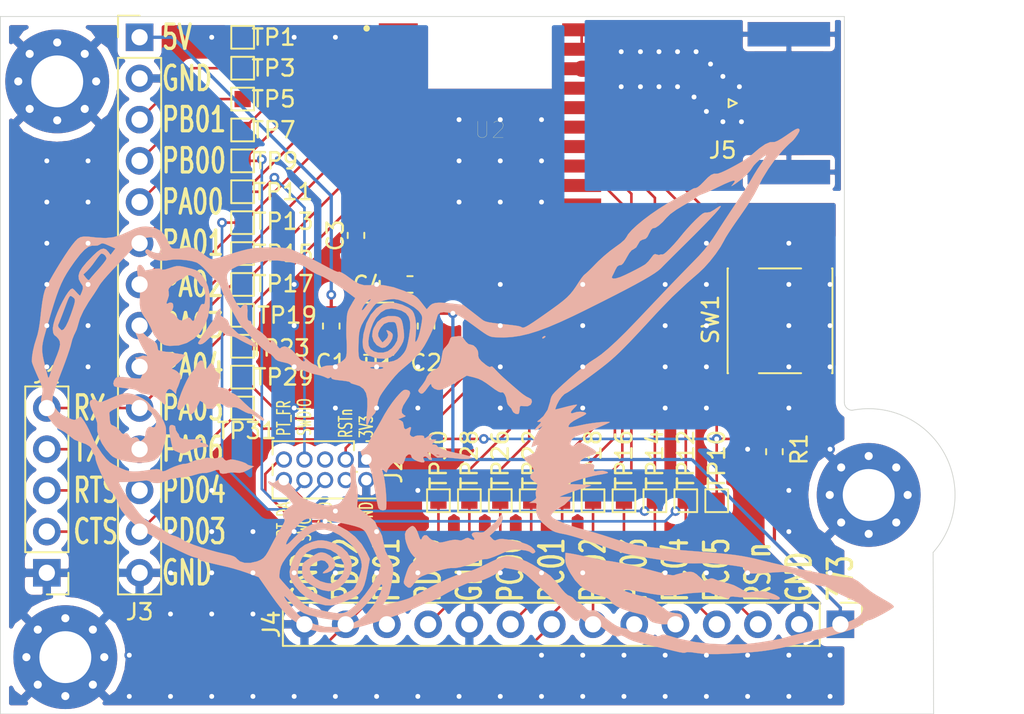
<source format=kicad_pcb>
(kicad_pcb (version 20171130) (host pcbnew "(5.1.5)-3")
  (layers (0 F.Cu signal) (31 B.Cu signal) (34 B.Paste user hide) (35 F.Paste user hide) (36 B.SilkS user) (37 F.SilkS user) (38 B.Mask user hide) (39 F.Mask user hide) (44 Edge.Cuts user))
  (net 0 "")
  (net 1 +5V)
  (net 2 GND)
  (net 3 DECOUPLE)
  (net 4 +3V3)
  (net 5 ANT)
  (net 6 RESETn)
  (net 7 PB01)
  (net 8 PB00)
  (net 9 HOST_TX)
  (net 10 HOST_RX)
  (net 11 PA04)
  (net 12 PA03)
  (net 13 PA02)
  (net 14 PA01)
  (net 15 PA00)
  (net 16 PC05)
  (net 17 PC04)
  (net 18 HOST_CTS)
  (net 19 HOST_RTS)
  (net 20 PD04)
  (net 21 PD03)
  (net 22 PD01)
  (net 23 PD00)
  (net 24 PC03)
  (net 25 PC02)
  (net 26 PC00)
  (net 27 "Net-(J2-Pad4)")
  (net 28 "Net-(J2-Pad5)")
  (net 29 "Net-(U1-Pad3)")
  (net 30 "Net-(U1-Pad4)")
  (net 31 GNDA)
  (module BGM210P_Proto:MADASS_Logo (layer F.Cu) (at 177.0888 100.9396 260)
    (fp_text reference G*** hide)
    (fp_text value LOGO hide)
  )
  (module MountingHole:MountingHole_3.2mm_M3_Pad_Via (layer F.Cu) (at 151 119.5)
    (fp_text reference H1 hide)
    (fp_text value Hole)
    (pad 1 thru_hole circle (at 1.697056 -1.697056) (size 0.8 0.8) (drill 0.5) (layers *.Cu *.Mask) (net 2 GND))
    (pad 1 thru_hole circle (at 0 -2.4) (size 0.8 0.8) (drill 0.5) (layers *.Cu *.Mask) (net 2 GND))
    (pad 1 thru_hole circle (at -1.697056 -1.697056) (size 0.8 0.8) (drill 0.5) (layers *.Cu *.Mask) (net 2 GND))
    (pad 1 thru_hole circle (at -2.4 0) (size 0.8 0.8) (drill 0.5) (layers *.Cu *.Mask) (net 2 GND))
    (pad 1 thru_hole circle (at -1.697056 1.697056) (size 0.8 0.8) (drill 0.5) (layers *.Cu *.Mask) (net 2 GND))
    (pad 1 thru_hole circle (at 0 2.4) (size 0.8 0.8) (drill 0.5) (layers *.Cu *.Mask) (net 2 GND))
    (pad 1 thru_hole circle (at 1.697056 1.697056) (size 0.8 0.8) (drill 0.5) (layers *.Cu *.Mask) (net 2 GND))
    (pad 1 thru_hole circle (at 2.4 0) (size 0.8 0.8) (drill 0.5) (layers *.Cu *.Mask) (net 2 GND))
    (pad 1 thru_hole circle (at 0 0) (size 6.4 6.4) (drill 3.2) (layers *.Cu *.Mask) (net 2 GND))
  )
  (module MountingHole:MountingHole_3.2mm_M3_Pad_Via (layer F.Cu) (at 200.5 109.5)
    (fp_text reference H2 hide)
    (fp_text value Hole)
    (pad 1 thru_hole circle (at 0 0) (size 6.4 6.4) (drill 3.2) (layers *.Cu *.Mask) (net 2 GND))
    (pad 1 thru_hole circle (at 2.4 0) (size 0.8 0.8) (drill 0.5) (layers *.Cu *.Mask) (net 2 GND))
    (pad 1 thru_hole circle (at 1.697056 1.697056) (size 0.8 0.8) (drill 0.5) (layers *.Cu *.Mask) (net 2 GND))
    (pad 1 thru_hole circle (at 0 2.4) (size 0.8 0.8) (drill 0.5) (layers *.Cu *.Mask) (net 2 GND))
    (pad 1 thru_hole circle (at -1.697056 1.697056) (size 0.8 0.8) (drill 0.5) (layers *.Cu *.Mask) (net 2 GND))
    (pad 1 thru_hole circle (at -2.4 0) (size 0.8 0.8) (drill 0.5) (layers *.Cu *.Mask) (net 2 GND))
    (pad 1 thru_hole circle (at -1.697056 -1.697056) (size 0.8 0.8) (drill 0.5) (layers *.Cu *.Mask) (net 2 GND))
    (pad 1 thru_hole circle (at 0 -2.4) (size 0.8 0.8) (drill 0.5) (layers *.Cu *.Mask) (net 2 GND))
    (pad 1 thru_hole circle (at 1.697056 -1.697056) (size 0.8 0.8) (drill 0.5) (layers *.Cu *.Mask) (net 2 GND))
  )
  (module MountingHole:MountingHole_3.2mm_M3_Pad_Via (layer F.Cu) (at 150.5 84)
    (fp_text reference H3 hide)
    (fp_text value Hole)
    (pad 1 thru_hole circle (at 1.697056 -1.697056) (size 0.8 0.8) (drill 0.5) (layers *.Cu *.Mask) (net 2 GND))
    (pad 1 thru_hole circle (at 0 -2.4) (size 0.8 0.8) (drill 0.5) (layers *.Cu *.Mask) (net 2 GND))
    (pad 1 thru_hole circle (at -1.697056 -1.697056) (size 0.8 0.8) (drill 0.5) (layers *.Cu *.Mask) (net 2 GND))
    (pad 1 thru_hole circle (at -2.4 0) (size 0.8 0.8) (drill 0.5) (layers *.Cu *.Mask) (net 2 GND))
    (pad 1 thru_hole circle (at -1.697056 1.697056) (size 0.8 0.8) (drill 0.5) (layers *.Cu *.Mask) (net 2 GND))
    (pad 1 thru_hole circle (at 0 2.4) (size 0.8 0.8) (drill 0.5) (layers *.Cu *.Mask) (net 2 GND))
    (pad 1 thru_hole circle (at 1.697056 1.697056) (size 0.8 0.8) (drill 0.5) (layers *.Cu *.Mask) (net 2 GND))
    (pad 1 thru_hole circle (at 2.4 0) (size 0.8 0.8) (drill 0.5) (layers *.Cu *.Mask) (net 2 GND))
    (pad 1 thru_hole circle (at 0 0) (size 6.4 6.4) (drill 3.2) (layers *.Cu *.Mask) (net 2 GND))
  )
  (module Connector_Coaxial:SMA_Amphenol_132289_EdgeMount (layer F.Cu) (at 195.58 85.344)
    (fp_text reference J5 (at -4.08 2.906 180) (layer F.SilkS))
    (fp_text value SMA_EDGE)
    (pad 2 smd rect (at 0 4.25 90) (size 1.5 5.08) (layers B.Cu B.Paste B.Mask) (net 31 GNDA))
    (pad 2 smd rect (at 0 -4.25 90) (size 1.5 5.08) (layers B.Cu B.Paste B.Mask) (net 31 GNDA))
    (pad 2 smd rect (at 0 4.25 90) (size 1.5 5.08) (layers F.Cu F.Paste F.Mask) (net 31 GNDA))
    (pad 2 smd rect (at 0 -4.25 90) (size 1.5 5.08) (layers F.Cu F.Paste F.Mask) (net 31 GNDA))
    (pad 1 smd rect (at 0 0 90) (size 1.5 5.08) (layers F.Cu F.Paste F.Mask) (net 5 ANT))
  )
  (module Connector_PinHeader_2.54mm:PinHeader_1x14_P2.54mm_Vertical (layer F.Cu) (at 155.575 81.28)
    (fp_text reference J3 (at 0 35.433) (layer F.SilkS))
    (fp_text value HEADER_LEFT)
    (pad 14 thru_hole oval (at 0 33.02) (size 1.7 1.7) (drill 1) (layers *.Cu *.Mask) (net 2 GND))
    (pad 13 thru_hole oval (at 0 30.48) (size 1.7 1.7) (drill 1) (layers *.Cu *.Mask) (net 21 PD03))
    (pad 12 thru_hole oval (at 0 27.94) (size 1.7 1.7) (drill 1) (layers *.Cu *.Mask) (net 20 PD04))
    (pad 11 thru_hole oval (at 0 25.4) (size 1.7 1.7) (drill 1) (layers *.Cu *.Mask) (net 9 HOST_TX))
    (pad 10 thru_hole oval (at 0 22.86) (size 1.7 1.7) (drill 1) (layers *.Cu *.Mask) (net 10 HOST_RX))
    (pad 9 thru_hole oval (at 0 20.32) (size 1.7 1.7) (drill 1) (layers *.Cu *.Mask) (net 11 PA04))
    (pad 8 thru_hole oval (at 0 17.78) (size 1.7 1.7) (drill 1) (layers *.Cu *.Mask) (net 12 PA03))
    (pad 7 thru_hole oval (at 0 15.24) (size 1.7 1.7) (drill 1) (layers *.Cu *.Mask) (net 13 PA02))
    (pad 6 thru_hole oval (at 0 12.7) (size 1.7 1.7) (drill 1) (layers *.Cu *.Mask) (net 14 PA01))
    (pad 5 thru_hole oval (at 0 10.16) (size 1.7 1.7) (drill 1) (layers *.Cu *.Mask) (net 15 PA00))
    (pad 4 thru_hole oval (at 0 7.62) (size 1.7 1.7) (drill 1) (layers *.Cu *.Mask) (net 8 PB00))
    (pad 3 thru_hole oval (at 0 5.08) (size 1.7 1.7) (drill 1) (layers *.Cu *.Mask) (net 7 PB01))
    (pad 2 thru_hole oval (at 0 2.54) (size 1.7 1.7) (drill 1) (layers *.Cu *.Mask) (net 2 GND))
    (pad 1 thru_hole rect (at 0 0) (size 1.7 1.7) (drill 1) (layers *.Cu *.Mask) (net 1 +5V))
  )
  (module Connector_PinHeader_1.27mm:PinHeader_2x05_P1.27mm_Vertical (layer F.Cu) (at 169.545 107.315 270)
    (fp_text reference J2 (at 0.635 -1.695 90) (layer F.SilkS))
    (fp_text value MINI_SIMPLICITY_DEBUG_CONN)
    (pad 1 thru_hole rect (at 0 0 270) (size 1 1) (drill 0.65) (layers *.Cu *.Mask) (net 4 +3V3))
    (pad 2 thru_hole oval (at 1.27 0 270) (size 1 1) (drill 0.65) (layers *.Cu *.Mask) (net 2 GND))
    (pad 3 thru_hole oval (at 0 1.27 270) (size 1 1) (drill 0.65) (layers *.Cu *.Mask) (net 6 RESETn))
    (pad 4 thru_hole oval (at 1.27 1.27 270) (size 1 1) (drill 0.65) (layers *.Cu *.Mask) (net 27 "Net-(J2-Pad4)"))
    (pad 5 thru_hole oval (at 0 2.54 270) (size 1 1) (drill 0.65) (layers *.Cu *.Mask) (net 28 "Net-(J2-Pad5)"))
    (pad 6 thru_hole oval (at 1.27 2.54 270) (size 1 1) (drill 0.65) (layers *.Cu *.Mask) (net 12 PA03))
    (pad 7 thru_hole oval (at 0 3.81 270) (size 1 1) (drill 0.65) (layers *.Cu *.Mask) (net 13 PA02))
    (pad 8 thru_hole oval (at 1.27 3.81 270) (size 1 1) (drill 0.65) (layers *.Cu *.Mask) (net 14 PA01))
    (pad 9 thru_hole oval (at 0 5.08 270) (size 1 1) (drill 0.65) (layers *.Cu *.Mask) (net 16 PC05))
    (pad 10 thru_hole oval (at 1.27 5.08 270) (size 1 1) (drill 0.65) (layers *.Cu *.Mask) (net 17 PC04))
  )
  (module Connector_PinHeader_2.54mm:PinHeader_1x05_P2.54mm_Vertical (layer F.Cu) (at 149.86 114.3 180)
    (fp_text reference J1 (at 0 12.192) (layer F.SilkS))
    (fp_text value HOST_INTERFACE_CONN)
    (pad 1 thru_hole rect (at 0 0 180) (size 1.7 1.7) (drill 1) (layers *.Cu *.Mask) (net 2 GND))
    (pad 2 thru_hole oval (at 0 2.54 180) (size 1.7 1.7) (drill 1) (layers *.Cu *.Mask) (net 18 HOST_CTS))
    (pad 3 thru_hole oval (at 0 5.08 180) (size 1.7 1.7) (drill 1) (layers *.Cu *.Mask) (net 19 HOST_RTS))
    (pad 4 thru_hole oval (at 0 7.62 180) (size 1.7 1.7) (drill 1) (layers *.Cu *.Mask) (net 9 HOST_TX))
    (pad 5 thru_hole oval (at 0 10.16 180) (size 1.7 1.7) (drill 1) (layers *.Cu *.Mask) (net 10 HOST_RX))
  )
  (module Connector_PinHeader_2.54mm:PinHeader_1x14_P2.54mm_Vertical (layer F.Cu) (at 198.755 117.475 270)
    (fp_text reference J4 (at 0 35.052 90) (layer F.SilkS))
    (fp_text value HEADER_RIGHT)
    (pad 1 thru_hole rect (at 0 0 270) (size 1.7 1.7) (drill 1) (layers *.Cu *.Mask) (net 4 +3V3))
    (pad 2 thru_hole oval (at 0 2.54 270) (size 1.7 1.7) (drill 1) (layers *.Cu *.Mask) (net 2 GND))
    (pad 3 thru_hole oval (at 0 5.08 270) (size 1.7 1.7) (drill 1) (layers *.Cu *.Mask) (net 6 RESETn))
    (pad 4 thru_hole oval (at 0 7.62 270) (size 1.7 1.7) (drill 1) (layers *.Cu *.Mask) (net 16 PC05))
    (pad 5 thru_hole oval (at 0 10.16 270) (size 1.7 1.7) (drill 1) (layers *.Cu *.Mask) (net 17 PC04))
    (pad 6 thru_hole oval (at 0 12.7 270) (size 1.7 1.7) (drill 1) (layers *.Cu *.Mask) (net 24 PC03))
    (pad 7 thru_hole oval (at 0 15.24 270) (size 1.7 1.7) (drill 1) (layers *.Cu *.Mask) (net 25 PC02))
    (pad 8 thru_hole oval (at 0 17.78 270) (size 1.7 1.7) (drill 1) (layers *.Cu *.Mask) (net 18 HOST_CTS))
    (pad 9 thru_hole oval (at 0 20.32 270) (size 1.7 1.7) (drill 1) (layers *.Cu *.Mask) (net 26 PC00))
    (pad 10 thru_hole oval (at 0 22.86 270) (size 1.7 1.7) (drill 1) (layers *.Cu *.Mask) (net 2 GND))
    (pad 11 thru_hole oval (at 0 25.4 270) (size 1.7 1.7) (drill 1) (layers *.Cu *.Mask) (net 23 PD00))
    (pad 12 thru_hole oval (at 0 27.94 270) (size 1.7 1.7) (drill 1) (layers *.Cu *.Mask) (net 22 PD01))
    (pad 13 thru_hole oval (at 0 30.48 270) (size 1.7 1.7) (drill 1) (layers *.Cu *.Mask) (net 19 HOST_RTS))
    (pad 14 thru_hole oval (at 0 33.02 270) (size 1.7 1.7) (drill 1) (layers *.Cu *.Mask) (net 2 GND))
  )
  (module BGM210P_Proto:MODULE_MGM111A256V2 (layer F.Cu) (at 177.165 87.63)
    (fp_text reference U2 (at 0 -0.635) (layer F.SilkS) (effects (font (size 1.000906 1.000906) (thickness 0.015))))
    (fp_text value BGM210P)
    (pad 1 smd rect (at -5.65 -6.81) (size 2.4 0.8) (layers F.Cu F.Paste F.Mask) (net 2 GND))
    (pad 2 smd rect (at -5.65 -5.61) (size 2.4 0.8) (layers F.Cu F.Paste F.Mask) (net 7 PB01))
    (pad 3 smd rect (at -5.65 -4.41) (size 2.4 0.8) (layers F.Cu F.Paste F.Mask) (net 8 PB00))
    (pad 4 smd rect (at -5.65 -3.21) (size 2.4 0.8) (layers F.Cu F.Paste F.Mask) (net 15 PA00))
    (pad 5 smd rect (at -5.65 -2.01) (size 2.4 0.8) (layers F.Cu F.Paste F.Mask) (net 14 PA01))
    (pad 6 smd rect (at -5.65 -0.81) (size 2.4 0.8) (layers F.Cu F.Paste F.Mask) (net 13 PA02))
    (pad 7 smd rect (at -5.65 0.39) (size 2.4 0.8) (layers F.Cu F.Paste F.Mask) (net 12 PA03))
    (pad 8 smd rect (at -5.65 1.59) (size 2.4 0.8) (layers F.Cu F.Paste F.Mask) (net 11 PA04))
    (pad 9 smd rect (at -5.65 2.79) (size 2.4 0.8) (layers F.Cu F.Paste F.Mask) (net 10 HOST_RX))
    (pad 10 smd rect (at -5.65 3.99) (size 2.4 0.8) (layers F.Cu F.Paste F.Mask) (net 9 HOST_TX))
    (pad 11 smd rect (at -5.65 5.19) (size 2.4 0.8) (layers F.Cu F.Paste F.Mask) (net 3 DECOUPLE))
    (pad 12 smd rect (at -5.65 6.39) (size 2.4 0.8) (layers F.Cu F.Paste F.Mask) (net 2 GND))
    (pad 13 smd rect (at -3.58 6.53) (size 0.8 2.4) (layers F.Cu F.Paste F.Mask) (net 4 +3V3))
    (pad 14 smd rect (at -2.38 6.53) (size 0.8 2.4) (layers F.Cu F.Paste F.Mask) (net 4 +3V3))
    (pad 15 smd rect (at -1.18 6.53) (size 0.8 2.4) (layers F.Cu F.Paste F.Mask) (net 20 PD04))
    (pad 16 smd rect (at 0.02 6.53) (size 0.8 2.4) (layers F.Cu F.Paste F.Mask) (net 21 PD03))
    (pad 17 smd rect (at 1.22 6.53) (size 0.8 2.4) (layers F.Cu F.Paste F.Mask) (net 19 HOST_RTS))
    (pad 18 smd rect (at 2.42 6.53) (size 0.8 2.4) (layers F.Cu F.Paste F.Mask) (net 22 PD01))
    (pad 19 smd rect (at 3.62 6.53) (size 0.8 2.4) (layers F.Cu F.Paste F.Mask) (net 23 PD00))
    (pad 20 smd rect (at 5.65 6.39) (size 2.4 0.8) (layers F.Cu F.Paste F.Mask) (net 2 GND))
    (pad 21 smd rect (at 5.65 5.19) (size 2.4 0.8) (layers F.Cu F.Paste F.Mask) (net 26 PC00))
    (pad 22 smd rect (at 5.65 3.99) (size 2.4 0.8) (layers F.Cu F.Paste F.Mask) (net 18 HOST_CTS))
    (pad 23 smd rect (at 5.65 2.79) (size 2.4 0.8) (layers F.Cu F.Paste F.Mask) (net 25 PC02))
    (pad 24 smd rect (at 5.65 1.59) (size 2.4 0.8) (layers F.Cu F.Paste F.Mask) (net 24 PC03))
    (pad 25 smd rect (at 5.65 0.39) (size 2.4 0.8) (layers F.Cu F.Paste F.Mask) (net 17 PC04))
    (pad 26 smd rect (at 5.65 -0.81) (size 2.4 0.8) (layers F.Cu F.Paste F.Mask) (net 16 PC05))
    (pad 27 smd rect (at 5.65 -2.01) (size 2.4 0.8) (layers F.Cu F.Paste F.Mask) (net 6 RESETn))
    (pad 28 smd rect (at 5.65 -3.21) (size 2.4 0.8) (layers F.Cu F.Paste F.Mask) (net 31 GNDA))
    (pad 29 smd rect (at 5.65 -4.41) (size 2.4 0.8) (layers F.Cu F.Paste F.Mask) (net 5 ANT))
    (pad 30 smd rect (at 5.65 -5.61) (size 2.4 0.8) (layers F.Cu F.Paste F.Mask) (net 31 GNDA))
    (pad 31 smd rect (at 5.65 -6.81) (size 2.4 0.8) (layers F.Cu F.Paste F.Mask) (net 31 GNDA))
  )
  (module Package_TO_SOT_SMD:SOT-23-5 (layer F.Cu) (at 170.307 99.248)
    (fp_text reference U1 (at 0 2.352) (layer F.SilkS))
    (fp_text value MIC5504-3.3YM5)
    (pad 1 smd rect (at -1.1 -0.95) (size 1.06 0.65) (layers F.Cu F.Paste F.Mask) (net 1 +5V))
    (pad 2 smd rect (at -1.1 0) (size 1.06 0.65) (layers F.Cu F.Paste F.Mask) (net 2 GND))
    (pad 3 smd rect (at -1.1 0.95) (size 1.06 0.65) (layers F.Cu F.Paste F.Mask) (net 29 "Net-(U1-Pad3)"))
    (pad 4 smd rect (at 1.1 0.95) (size 1.06 0.65) (layers F.Cu F.Paste F.Mask) (net 30 "Net-(U1-Pad4)"))
    (pad 5 smd rect (at 1.1 -0.95) (size 1.06 0.65) (layers F.Cu F.Paste F.Mask) (net 4 +3V3))
  )
  (module TestPoint:TestPoint_Pad_1.0x1.0mm (layer F.Cu) (at 161.925 81.28)
    (fp_text reference TP1 (at 1.905 0) (layer F.SilkS))
    (fp_text value " ")
    (pad 1 smd rect (at 0 0) (size 1 1) (layers F.Cu F.Mask) (net 2 GND))
  )
  (module TestPoint:TestPoint_Pad_1.0x1.0mm (layer F.Cu) (at 161.925 88.9)
    (fp_text reference TP9 (at 2.064999 0.009999) (layer F.SilkS))
    (fp_text value " ")
    (pad 1 smd rect (at 0 0) (size 1 1) (layers F.Cu F.Mask) (net 14 PA01))
  )
  (module TestPoint:TestPoint_Pad_1.0x1.0mm (layer F.Cu) (at 161.925 96.52)
    (fp_text reference TP17 (at 2.54 -0.035001) (layer F.SilkS))
    (fp_text value " ")
    (pad 1 smd rect (at 0 0) (size 1 1) (layers F.Cu F.Mask) (net 10 HOST_RX))
  )
  (module TestPoint:TestPoint_Pad_1.0x1.0mm (layer F.Cu) (at 161.925 83.185)
    (fp_text reference TP3 (at 1.905 0) (layer F.SilkS))
    (fp_text value " ")
    (pad 1 smd rect (at 0 0) (size 1 1) (layers F.Cu F.Mask) (net 7 PB01))
  )
  (module TestPoint:TestPoint_Pad_1.0x1.0mm (layer F.Cu) (at 161.925 90.805)
    (fp_text reference TP11 (at 2.504999 0) (layer F.SilkS))
    (fp_text value " ")
    (pad 1 smd rect (at 0 0) (size 1 1) (layers F.Cu F.Mask) (net 13 PA02))
  )
  (module TestPoint:TestPoint_Pad_1.0x1.0mm (layer F.Cu) (at 161.925 98.425)
    (fp_text reference TP19 (at 2.744999 0) (layer F.SilkS))
    (fp_text value " ")
    (pad 1 smd rect (at 0 0) (size 1 1) (layers F.Cu F.Mask) (net 9 HOST_TX))
  )
  (module TestPoint:TestPoint_Pad_1.0x1.0mm (layer F.Cu) (at 161.925 85.09)
    (fp_text reference TP5 (at 1.905 0) (layer F.SilkS))
    (fp_text value " ")
    (pad 1 smd rect (at 0 0) (size 1 1) (layers F.Cu F.Mask) (net 8 PB00))
  )
  (module TestPoint:TestPoint_Pad_1.0x1.0mm (layer F.Cu) (at 161.925 92.71)
    (fp_text reference TP13 (at 2.54 -0.075001) (layer F.SilkS))
    (fp_text value " ")
    (pad 1 smd rect (at 0 0) (size 1 1) (layers F.Cu F.Mask) (net 12 PA03))
  )
  (module TestPoint:TestPoint_Pad_1.0x1.0mm (layer F.Cu) (at 161.925 102.235)
    (fp_text reference TP29 (at 2.54 0) (layer F.SilkS))
    (fp_text value " ")
    (pad 1 smd rect (at 0 0) (size 1 1) (layers F.Cu F.Mask) (net 20 PD04))
  )
  (module TestPoint:TestPoint_Pad_1.0x1.0mm (layer F.Cu) (at 161.925 86.995)
    (fp_text reference TP7 (at 1.905 0) (layer F.SilkS))
    (fp_text value " ")
    (pad 1 smd rect (at 0 0) (size 1 1) (layers F.Cu F.Mask) (net 15 PA00))
  )
  (module TestPoint:TestPoint_Pad_1.0x1.0mm (layer F.Cu) (at 161.925 94.615)
    (fp_text reference TP15 (at 2.54 0) (layer F.SilkS))
    (fp_text value " ")
    (pad 1 smd rect (at 0 0) (size 1 1) (layers F.Cu F.Mask) (net 11 PA04))
  )
  (module TestPoint:TestPoint_Pad_1.0x1.0mm (layer F.Cu) (at 161.925 100.33)
    (fp_text reference TP23 (at 2.314999 0.119999) (layer F.SilkS))
    (fp_text value " ")
    (pad 1 smd rect (at 0 0) (size 1 1) (layers F.Cu F.Mask) (net 2 GND))
  )
  (module TestPoint:TestPoint_Pad_1.0x1.0mm (layer F.Cu) (at 161.925 104.14)
    (fp_text reference TP31 (at 0.254 1.397) (layer F.SilkS))
    (fp_text value " ")
    (pad 1 smd rect (at 0 0) (size 1 1) (layers F.Cu F.Mask) (net 21 PD03))
  )
  (module TestPoint:TestPoint_Pad_1.0x1.0mm (layer F.Cu) (at 191.135 109.855 270)
    (fp_text reference TP10 (at -2.54 0 90) (layer F.SilkS))
    (fp_text value " ")
    (pad 1 smd rect (at 0 0 270) (size 1 1) (layers F.Cu F.Mask) (net 6 RESETn))
  )
  (module TestPoint:TestPoint_Pad_1.0x1.0mm (layer F.Cu) (at 183.515 109.855 270)
    (fp_text reference TP18 (at -2.54 0 90) (layer F.SilkS))
    (fp_text value " ")
    (pad 1 smd rect (at 0 0 270) (size 1 1) (layers F.Cu F.Mask) (net 25 PC02))
  )
  (module TestPoint:TestPoint_Pad_1.0x1.0mm (layer F.Cu) (at 177.8 109.855 270)
    (fp_text reference TP26 (at -2.54 0 90) (layer F.SilkS))
    (fp_text value " ")
    (pad 1 smd rect (at 0 0 270) (size 1 1) (layers F.Cu F.Mask) (net 23 PD00))
  )
  (module TestPoint:TestPoint_Pad_1.0x1.0mm (layer F.Cu) (at 189.23 109.855 270)
    (fp_text reference TP12 (at -2.54 0 90) (layer F.SilkS))
    (fp_text value " ")
    (pad 1 smd rect (at 0 0 270) (size 1 1) (layers F.Cu F.Mask) (net 16 PC05))
  )
  (module TestPoint:TestPoint_Pad_1.0x1.0mm (layer F.Cu) (at 181.61 109.855 270)
    (fp_text reference TP20 (at -2.54 0 90) (layer F.SilkS))
    (fp_text value " ")
    (pad 1 smd rect (at 0 0 270) (size 1 1) (layers F.Cu F.Mask) (net 18 HOST_CTS))
  )
  (module TestPoint:TestPoint_Pad_1.0x1.0mm (layer F.Cu) (at 175.895 109.855 270)
    (fp_text reference TP28 (at -2.54 0 90) (layer F.SilkS))
    (fp_text value " ")
    (pad 1 smd rect (at 0 0 270) (size 1 1) (layers F.Cu F.Mask) (net 22 PD01))
  )
  (module TestPoint:TestPoint_Pad_1.0x1.0mm (layer F.Cu) (at 187.325 109.855 270)
    (fp_text reference TP14 (at -2.54 0 90) (layer F.SilkS))
    (fp_text value " ")
    (pad 1 smd rect (at 0 0 270) (size 1 1) (layers F.Cu F.Mask) (net 17 PC04))
  )
  (module TestPoint:TestPoint_Pad_1.0x1.0mm (layer F.Cu) (at 179.705 109.855 270)
    (fp_text reference TP22 (at -2.54 0 90) (layer F.SilkS))
    (fp_text value " ")
    (pad 1 smd rect (at 0 0 270) (size 1 1) (layers F.Cu F.Mask) (net 26 PC00))
  )
  (module TestPoint:TestPoint_Pad_1.0x1.0mm (layer F.Cu) (at 173.99 109.855 270)
    (fp_text reference TP30 (at -2.54 0 90) (layer F.SilkS))
    (fp_text value " ")
    (pad 1 smd rect (at 0 0 270) (size 1 1) (layers F.Cu F.Mask) (net 19 HOST_RTS))
  )
  (module TestPoint:TestPoint_Pad_1.0x1.0mm (layer F.Cu) (at 185.42 109.855 270)
    (fp_text reference TP16 (at -2.54 0 90) (layer F.SilkS))
    (fp_text value " ")
    (pad 1 smd rect (at 0 0 270) (size 1 1) (layers F.Cu F.Mask) (net 24 PC03))
  )
  (module Button_Switch_SMD:SW_SPST_PTS645 (layer F.Cu) (at 195.036 98.763 270)
    (fp_text reference SW1 (at -0.084 4.282 90) (layer F.SilkS))
    (fp_text value RESET)
    (pad 2 smd rect (at -3.98 2.25 270) (size 1.55 1.3) (layers F.Cu F.Paste F.Mask) (net 6 RESETn))
    (pad 1 smd rect (at -3.98 -2.25 270) (size 1.55 1.3) (layers F.Cu F.Paste F.Mask) (net 2 GND))
    (pad 1 smd rect (at 3.98 -2.25 270) (size 1.55 1.3) (layers F.Cu F.Paste F.Mask) (net 2 GND))
    (pad 2 smd rect (at 3.98 2.25 270) (size 1.55 1.3) (layers F.Cu F.Paste F.Mask) (net 6 RESETn))
  )
  (module Capacitor_SMD:C_0603_1608Metric (layer F.Cu) (at 167.386 99.0855 270)
    (fp_text reference C1 (at 2.2605 0 180) (layer F.SilkS))
    (fp_text value 0.1u)
    (pad 1 smd roundrect (at -0.7875 0 270) (size 0.875 0.95) (layers F.Cu F.Paste F.Mask) (net 1 +5V))
    (pad 2 smd roundrect (at 0.7875 0 270) (size 0.875 0.95) (layers F.Cu F.Paste F.Mask) (net 2 GND))
  )
  (module Capacitor_SMD:C_0603_1608Metric (layer F.Cu) (at 173.228 99.0855 270)
    (fp_text reference C2 (at 2.2605 0 180) (layer F.SilkS))
    (fp_text value 0.1u)
    (pad 2 smd roundrect (at 0.7875 0 270) (size 0.875 0.95) (layers F.Cu F.Paste F.Mask) (net 2 GND))
    (pad 1 smd roundrect (at -0.7875 0 270) (size 0.875 0.95) (layers F.Cu F.Paste F.Mask) (net 4 +3V3))
  )
  (module Capacitor_SMD:C_0603_1608Metric (layer F.Cu) (at 168.91 93.4975 270)
    (fp_text reference C3 (at 0 1.27 90) (layer F.SilkS))
    (fp_text value 0.1u)
    (pad 2 smd roundrect (at 0.7875 0 270) (size 0.875 0.95) (layers F.Cu F.Paste F.Mask) (net 2 GND))
    (pad 1 smd roundrect (at -0.7875 0 270) (size 0.875 0.95) (layers F.Cu F.Paste F.Mask) (net 3 DECOUPLE))
  )
  (module Capacitor_SMD:C_0603_1608Metric (layer F.Cu) (at 172.235 96.52 180)
    (fp_text reference C4 (at 2.563 0) (layer F.SilkS))
    (fp_text value 0.1u)
    (pad 1 smd roundrect (at -0.7875 0 180) (size 0.875 0.95) (layers F.Cu F.Paste F.Mask) (net 4 +3V3))
    (pad 2 smd roundrect (at 0.7875 0 180) (size 0.875 0.95) (layers F.Cu F.Paste F.Mask) (net 2 GND))
  )
  (module Resistor_SMD:R_0603_1608Metric (layer F.Cu) (at 194.691 106.8325 90)
    (fp_text reference R1 (at 0.1525 1.524 90) (layer F.SilkS))
    (fp_text value 10k)
    (pad 1 smd roundrect (at -0.7875 0 90) (size 0.875 0.95) (layers F.Cu F.Paste F.Mask) (net 4 +3V3))
    (pad 2 smd roundrect (at 0.7875 0 90) (size 0.875 0.95) (layers F.Cu F.Paste F.Mask) (net 6 RESETn))
  )
  (gr_text PT_DA (at 164.465 109.855 90) (layer F.SilkS) (effects (font (size 0.8 0.5) (thickness 0.1)) (justify right)))
  (gr_text SWCLK (at 165.735 109.855 90) (layer F.SilkS) (effects (font (size 0.8 0.5) (thickness 0.1)) (justify right)))
  (gr_text SWO (at 167.005 109.855 90) (layer F.SilkS) (effects (font (size 0.8 0.5) (thickness 0.1)) (justify right)))
  (gr_text PT_FR (at 164.465 105.918 90) (layer F.SilkS) (effects (font (size 0.8 0.5) (thickness 0.1)) (justify left)))
  (gr_text SWDIO (at 165.735 105.918 90) (layer F.SilkS) (effects (font (size 0.8 0.5) (thickness 0.1)) (justify left)))
  (gr_text RSTn (at 168.275 106.045 90) (layer F.SilkS) (effects (font (size 0.8 0.5) (thickness 0.1)) (justify left)))
  (gr_text GND (at 169.545 109.855 90) (layer F.SilkS) (effects (font (size 0.8 0.5) (thickness 0.1)) (justify right)))
  (gr_text 3V3 (at 169.545 106.045 90) (layer F.SilkS) (effects (font (size 0.8 0.5) (thickness 0.1)) (justify left)))
  (gr_text CTS (at 151.384 111.76) (layer F.SilkS) (effects (font (size 1.5 1) (thickness 0.2)) (justify left)))
  (gr_text RTS (at 151.384 109.22) (layer F.SilkS) (effects (font (size 1.5 1) (thickness 0.2)) (justify left)))
  (gr_text TX (at 151.384 106.68) (layer F.SilkS) (effects (font (size 1.5 1) (thickness 0.2)) (justify left)))
  (gr_text RX (at 151.384 104.14) (layer F.SilkS) (effects (font (size 1.5 1) (thickness 0.2)) (justify left)))
  (gr_arc (start 199.49922 103.78186) (end 198.99922 103.78186) (angle -87.08812442) (layer Edge.Cuts) (width 0.05))
  (gr_arc (start 200.5 109.5) (end 204.47 113.04) (angle -142.8471285) (layer Edge.Cuts) (width 0.05))
  (gr_line (start 204.5 123) (end 204.47 113.04) (layer Edge.Cuts) (width 0.05))
  (gr_line (start 147 123) (end 204.5 123) (layer Edge.Cuts) (width 0.05))
  (gr_line (start 147 80) (end 147 123) (layer Edge.Cuts) (width 0.05))
  (gr_line (start 199 80) (end 198.99922 103.78186) (layer Edge.Cuts) (width 0.05))
  (gr_text RSTn (at 193.675 116.205 90) (layer F.SilkS) (effects (font (size 1.5 1) (thickness 0.2)) (justify left)))
  (gr_text PC05 (at 191.135 116.205 90) (layer F.SilkS) (effects (font (size 1.5 1) (thickness 0.2)) (justify left)))
  (gr_text PC04 (at 188.595 116.205 90) (layer F.SilkS) (effects (font (size 1.5 1) (thickness 0.2)) (justify left)))
  (gr_text PC03 (at 186.055 116.205 90) (layer F.SilkS) (effects (font (size 1.5 1) (thickness 0.2)) (justify left)))
  (gr_text PC02 (at 183.515 116.205 90) (layer F.SilkS) (effects (font (size 1.5 1) (thickness 0.2)) (justify left)))
  (gr_text PC01 (at 180.975 116.205 90) (layer F.SilkS) (effects (font (size 1.5 1) (thickness 0.2)) (justify left)))
  (gr_text PC00 (at 178.435 116.205 90) (layer F.SilkS) (effects (font (size 1.5 1) (thickness 0.2)) (justify left)))
  (gr_text 3V3 (at 198.755 116.145 90) (layer F.SilkS) (effects (font (size 1.5 1) (thickness 0.2)) (justify left)))
  (gr_text GND (at 196.215 116.205 90) (layer F.SilkS) (effects (font (size 1.5 1) (thickness 0.2)) (justify left)))
  (gr_text GND (at 175.895 116.205 90) (layer F.SilkS) (effects (font (size 1.5 1) (thickness 0.2)) (justify left)))
  (gr_text PD00 (at 173.355 116.205 90) (layer F.SilkS) (effects (font (size 1.5 1) (thickness 0.2)) (justify left)))
  (gr_text PD01 (at 170.815 116.205 90) (layer F.SilkS) (effects (font (size 1.5 1) (thickness 0.2)) (justify left)))
  (gr_text PD02 (at 168.275 116.205 90) (layer F.SilkS) (effects (font (size 1.5 1) (thickness 0.2)) (justify left)))
  (gr_text GND (at 165.735 116.205 90) (layer F.SilkS) (effects (font (size 1.5 1) (thickness 0.2)) (justify left)))
  (gr_text GND (at 156.845 114.3) (layer F.SilkS) (effects (font (size 1.5 1) (thickness 0.2)) (justify left)))
  (gr_text PD03 (at 156.845 111.76) (layer F.SilkS) (effects (font (size 1.5 1) (thickness 0.2)) (justify left)))
  (gr_text PD04 (at 156.845 109.22) (layer F.SilkS) (effects (font (size 1.5 1) (thickness 0.2)) (justify left)))
  (gr_text PA06 (at 156.845 106.68) (layer F.SilkS) (effects (font (size 1.5 1) (thickness 0.2)) (justify left)))
  (gr_text PA05 (at 156.845 104.14) (layer F.SilkS) (effects (font (size 1.5 1) (thickness 0.2)) (justify left)))
  (gr_text PA04 (at 156.845 101.6) (layer F.SilkS) (effects (font (size 1.5 1) (thickness 0.2)) (justify left)))
  (gr_text PA03 (at 156.845 99.06) (layer F.SilkS) (effects (font (size 1.5 1) (thickness 0.2)) (justify left)))
  (gr_text PA02 (at 156.845 96.52) (layer F.SilkS) (effects (font (size 1.5 1) (thickness 0.2)) (justify left)))
  (gr_text PA01 (at 156.845 93.98) (layer F.SilkS) (effects (font (size 1.5 1) (thickness 0.2)) (justify left)))
  (gr_text PA00 (at 156.845 91.44) (layer F.SilkS) (effects (font (size 1.5 1) (thickness 0.2)) (justify left)))
  (gr_text PB00 (at 156.845 88.9) (layer F.SilkS) (effects (font (size 1.5 1) (thickness 0.2)) (justify left)))
  (gr_text PB01 (at 156.845 86.36) (layer F.SilkS) (effects (font (size 1.5 1) (thickness 0.2)) (justify left)))
  (gr_text GND (at 156.845 83.82) (layer F.SilkS) (effects (font (size 1.5 1) (thickness 0.2)) (justify left)))
  (gr_text 5V (at 156.845 81.28) (layer F.SilkS) (effects (font (size 1.5 1) (thickness 0.2)) (justify left)))
  (gr_line (start 147 80) (end 199 80) (layer Edge.Cuts) (width 0.05))
  (segment (start 167.386 98.298) (end 169.207 98.298) (width 0.2) (layer F.Cu) (net 1))
  (via (at 167.386 97.155) (size 0.6) (drill 0.3) (layers F.Cu B.Cu) (net 1))
  (segment (start 167.386 98.298) (end 167.386 97.155) (width 0.2) (layer F.Cu) (net 1))
  (segment (start 157.607 81.28) (end 155.575 81.28) (width 0.2) (layer B.Cu) (net 1))
  (segment (start 167.386 97.155) (end 167.386 91.059) (width 0.2) (layer B.Cu) (net 1))
  (segment (start 167.386 91.059) (end 157.607 81.28) (width 0.2) (layer B.Cu) (net 1))
  (via (at 167.64 104.14) (size 0.6) (drill 0.3) (layers F.Cu B.Cu) (net 2))
  (via (at 170.18 104.14) (size 0.6) (drill 0.3) (layers F.Cu B.Cu) (net 2))
  (via (at 172.72 104.14) (size 0.6) (drill 0.3) (layers F.Cu B.Cu) (net 2))
  (via (at 172.72 101.6) (size 0.6) (drill 0.3) (layers F.Cu B.Cu) (net 2))
  (via (at 170.18 101.6) (size 0.6) (drill 0.3) (layers F.Cu B.Cu) (net 2))
  (via (at 167.64 101.6) (size 0.6) (drill 0.3) (layers F.Cu B.Cu) (net 2))
  (via (at 165.1 101.6) (size 0.6) (drill 0.3) (layers F.Cu B.Cu) (net 2))
  (via (at 165.1 99.06) (size 0.6) (drill 0.3) (layers F.Cu B.Cu) (net 2))
  (via (at 165.1 96.52) (size 0.6) (drill 0.3) (layers F.Cu B.Cu) (net 2))
  (via (at 160.02 109.22) (size 0.6) (drill 0.3) (layers F.Cu B.Cu) (net 2))
  (via (at 162.56 111.76) (size 0.6) (drill 0.3) (layers F.Cu B.Cu) (net 2))
  (via (at 160.02 111.76) (size 0.6) (drill 0.3) (layers F.Cu B.Cu) (net 2))
  (via (at 160.02 114.3) (size 0.6) (drill 0.3) (layers F.Cu B.Cu) (net 2))
  (via (at 162.56 114.3) (size 0.6) (drill 0.3) (layers F.Cu B.Cu) (net 2))
  (via (at 162.56 116.84) (size 0.6) (drill 0.3) (layers F.Cu B.Cu) (net 2))
  (via (at 160.02 116.84) (size 0.6) (drill 0.3) (layers F.Cu B.Cu) (net 2))
  (via (at 165.1 114.3) (size 0.6) (drill 0.3) (layers F.Cu B.Cu) (net 2))
  (via (at 165.1 111.76) (size 0.6) (drill 0.3) (layers F.Cu B.Cu) (net 2))
  (via (at 167.64 114.3) (size 0.6) (drill 0.3) (layers F.Cu B.Cu) (net 2))
  (via (at 170.18 111.76) (size 0.6) (drill 0.3) (layers F.Cu B.Cu) (net 2))
  (via (at 172.72 109.22) (size 0.6) (drill 0.3) (layers F.Cu B.Cu) (net 2))
  (via (at 170.18 114.3) (size 0.6) (drill 0.3) (layers F.Cu B.Cu) (net 2))
  (via (at 172.72 114.3) (size 0.6) (drill 0.3) (layers F.Cu B.Cu) (net 2))
  (via (at 175.26 114.3) (size 0.6) (drill 0.3) (layers F.Cu B.Cu) (net 2))
  (via (at 177.8 114.3) (size 0.6) (drill 0.3) (layers F.Cu B.Cu) (net 2))
  (via (at 180.34 114.3) (size 0.6) (drill 0.3) (layers F.Cu B.Cu) (net 2))
  (via (at 182.88 114.3) (size 0.6) (drill 0.3) (layers F.Cu B.Cu) (net 2))
  (via (at 187.96 114.3) (size 0.6) (drill 0.3) (layers F.Cu B.Cu) (net 2))
  (via (at 190.5 114.3) (size 0.6) (drill 0.3) (layers F.Cu B.Cu) (net 2))
  (via (at 193.04 114.3) (size 0.6) (drill 0.3) (layers F.Cu B.Cu) (net 2))
  (via (at 157.48 114.3) (size 0.6) (drill 0.3) (layers F.Cu B.Cu) (net 2))
  (via (at 157.48 111.76) (size 0.6) (drill 0.3) (layers F.Cu B.Cu) (net 2))
  (via (at 157.48 116.84) (size 0.6) (drill 0.3) (layers F.Cu B.Cu) (net 2))
  (via (at 154.94 119.38) (size 0.6) (drill 0.3) (layers F.Cu B.Cu) (net 2))
  (via (at 154.94 121.92) (size 0.6) (drill 0.3) (layers F.Cu B.Cu) (net 2))
  (via (at 157.48 121.92) (size 0.6) (drill 0.3) (layers F.Cu B.Cu) (net 2))
  (via (at 160.02 121.92) (size 0.6) (drill 0.3) (layers F.Cu B.Cu) (net 2))
  (via (at 162.56 121.92) (size 0.6) (drill 0.3) (layers F.Cu B.Cu) (net 2))
  (via (at 165.1 121.92) (size 0.6) (drill 0.3) (layers F.Cu B.Cu) (net 2))
  (via (at 167.64 121.92) (size 0.6) (drill 0.3) (layers F.Cu B.Cu) (net 2))
  (via (at 170.18 121.92) (size 0.6) (drill 0.3) (layers F.Cu B.Cu) (net 2))
  (via (at 172.72 121.92) (size 0.6) (drill 0.3) (layers F.Cu B.Cu) (net 2))
  (via (at 175.26 121.92) (size 0.6) (drill 0.3) (layers F.Cu B.Cu) (net 2))
  (via (at 177.8 121.92) (size 0.6) (drill 0.3) (layers F.Cu B.Cu) (net 2))
  (via (at 180.34 121.92) (size 0.6) (drill 0.3) (layers F.Cu B.Cu) (net 2))
  (via (at 182.88 121.92) (size 0.6) (drill 0.3) (layers F.Cu B.Cu) (net 2))
  (via (at 185.42 121.92) (size 0.6) (drill 0.3) (layers F.Cu B.Cu) (net 2))
  (via (at 187.96 121.92) (size 0.6) (drill 0.3) (layers F.Cu B.Cu) (net 2))
  (via (at 190.5 121.92) (size 0.6) (drill 0.3) (layers F.Cu B.Cu) (net 2))
  (via (at 193.04 121.92) (size 0.6) (drill 0.3) (layers F.Cu B.Cu) (net 2))
  (via (at 195.58 121.92) (size 0.6) (drill 0.3) (layers F.Cu B.Cu) (net 2))
  (via (at 198.12 121.92) (size 0.6) (drill 0.3) (layers F.Cu B.Cu) (net 2))
  (via (at 198.12 119.38) (size 0.6) (drill 0.3) (layers F.Cu B.Cu) (net 2))
  (via (at 195.58 119.38) (size 0.6) (drill 0.3) (layers F.Cu B.Cu) (net 2))
  (via (at 193.04 119.38) (size 0.6) (drill 0.3) (layers F.Cu B.Cu) (net 2))
  (via (at 190.5 119.38) (size 0.6) (drill 0.3) (layers F.Cu B.Cu) (net 2))
  (via (at 187.96 119.38) (size 0.6) (drill 0.3) (layers F.Cu B.Cu) (net 2))
  (via (at 185.42 119.38) (size 0.6) (drill 0.3) (layers F.Cu B.Cu) (net 2))
  (via (at 182.88 119.38) (size 0.6) (drill 0.3) (layers F.Cu B.Cu) (net 2))
  (via (at 180.34 119.38) (size 0.6) (drill 0.3) (layers F.Cu B.Cu) (net 2))
  (via (at 152.4 101.6) (size 0.6) (drill 0.3) (layers F.Cu B.Cu) (net 2))
  (via (at 149.86 101.6) (size 0.6) (drill 0.3) (layers F.Cu B.Cu) (net 2))
  (via (at 149.86 99.06) (size 0.6) (drill 0.3) (layers F.Cu B.Cu) (net 2))
  (via (at 152.4 99.06) (size 0.6) (drill 0.3) (layers F.Cu B.Cu) (net 2))
  (via (at 152.4 96.52) (size 0.6) (drill 0.3) (layers F.Cu B.Cu) (net 2))
  (via (at 149.86 96.52) (size 0.6) (drill 0.3) (layers F.Cu B.Cu) (net 2))
  (via (at 149.86 93.98) (size 0.6) (drill 0.3) (layers F.Cu B.Cu) (net 2))
  (via (at 152.4 93.98) (size 0.6) (drill 0.3) (layers F.Cu B.Cu) (net 2))
  (via (at 152.4 91.44) (size 0.6) (drill 0.3) (layers F.Cu B.Cu) (net 2))
  (via (at 149.86 91.44) (size 0.6) (drill 0.3) (layers F.Cu B.Cu) (net 2))
  (via (at 149.86 88.9) (size 0.6) (drill 0.3) (layers F.Cu B.Cu) (net 2))
  (via (at 152.4 88.9) (size 0.6) (drill 0.3) (layers F.Cu B.Cu) (net 2))
  (via (at 160.02 81.28) (size 0.6) (drill 0.3) (layers F.Cu B.Cu) (net 2))
  (via (at 165.1 81.28) (size 0.6) (drill 0.3) (layers F.Cu B.Cu) (net 2))
  (via (at 167.64 81.28) (size 0.6) (drill 0.3) (layers F.Cu B.Cu) (net 2))
  (via (at 195.58 93.98) (size 0.6) (drill 0.3) (layers F.Cu B.Cu) (net 2))
  (via (at 195.58 96.52) (size 0.6) (drill 0.3) (layers F.Cu B.Cu) (net 2))
  (via (at 198.12 96.52) (size 0.6) (drill 0.3) (layers F.Cu B.Cu) (net 2))
  (via (at 198.12 99.06) (size 0.6) (drill 0.3) (layers F.Cu B.Cu) (net 2))
  (via (at 195.58 99.06) (size 0.6) (drill 0.3) (layers F.Cu B.Cu) (net 2))
  (via (at 195.58 101.6) (size 0.6) (drill 0.3) (layers F.Cu B.Cu) (net 2))
  (via (at 198.12 101.6) (size 0.6) (drill 0.3) (layers F.Cu B.Cu) (net 2))
  (via (at 195.58 104.14) (size 0.6) (drill 0.3) (layers F.Cu B.Cu) (net 2))
  (via (at 198.12 106.68) (size 0.6) (drill 0.3) (layers F.Cu B.Cu) (net 2))
  (via (at 193.04 106.68) (size 0.6) (drill 0.3) (layers F.Cu B.Cu) (net 2))
  (via (at 195.58 109.22) (size 0.6) (drill 0.3) (layers F.Cu B.Cu) (net 2))
  (via (at 195.58 111.76) (size 0.6) (drill 0.3) (layers F.Cu B.Cu) (net 2))
  (via (at 198.12 114.3) (size 0.6) (drill 0.3) (layers F.Cu B.Cu) (net 2))
  (via (at 182.88 104.14) (size 0.6) (drill 0.3) (layers F.Cu B.Cu) (net 2))
  (via (at 182.88 101.6) (size 0.6) (drill 0.3) (layers F.Cu B.Cu) (net 2))
  (via (at 182.88 99.06) (size 0.6) (drill 0.3) (layers F.Cu B.Cu) (net 2))
  (via (at 182.88 96.52) (size 0.6) (drill 0.3) (layers F.Cu B.Cu) (net 2))
  (via (at 170.18 96.52) (size 0.6) (drill 0.3) (layers F.Cu B.Cu) (net 2))
  (segment (start 168.011 99.248) (end 167.386 99.873) (width 0.2) (layer F.Cu) (net 2))
  (segment (start 169.207 99.248) (end 168.011 99.248) (width 0.2) (layer F.Cu) (net 2))
  (segment (start 173.228 99.822) (end 173.228 99.873) (width 0.2) (layer F.Cu) (net 2))
  (segment (start 169.207 99.248) (end 172.654 99.248) (width 0.2) (layer F.Cu) (net 2))
  (segment (start 172.654 99.248) (end 173.228 99.822) (width 0.2) (layer F.Cu) (net 2))
  (via (at 165.1 104.14) (size 0.6) (drill 0.3) (layers F.Cu B.Cu) (net 2))
  (via (at 175.26 86.36) (size 0.6) (drill 0.3) (layers F.Cu B.Cu) (net 2))
  (via (at 177.8 86.36) (size 0.6) (drill 0.3) (layers F.Cu B.Cu) (net 2))
  (via (at 180.34 86.36) (size 0.6) (drill 0.3) (layers F.Cu B.Cu) (net 2))
  (via (at 180.34 88.9) (size 0.6) (drill 0.3) (layers F.Cu B.Cu) (net 2))
  (via (at 177.8 88.9) (size 0.6) (drill 0.3) (layers F.Cu B.Cu) (net 2))
  (via (at 175.26 88.9) (size 0.6) (drill 0.3) (layers F.Cu B.Cu) (net 2))
  (via (at 175.26 91.44) (size 0.6) (drill 0.3) (layers F.Cu B.Cu) (net 2))
  (via (at 177.8 91.44) (size 0.6) (drill 0.3) (layers F.Cu B.Cu) (net 2))
  (via (at 180.34 91.44) (size 0.6) (drill 0.3) (layers F.Cu B.Cu) (net 2))
  (via (at 187.96 96.52) (size 0.6) (drill 0.3) (layers F.Cu B.Cu) (net 2))
  (via (at 187.96 99.06) (size 0.6) (drill 0.3) (layers F.Cu B.Cu) (net 2))
  (via (at 187.96 101.6) (size 0.6) (drill 0.3) (layers F.Cu B.Cu) (net 2))
  (via (at 187.96 104.14) (size 0.6) (drill 0.3) (layers F.Cu B.Cu) (net 2))
  (via (at 190.5 104.14) (size 0.6) (drill 0.3) (layers F.Cu B.Cu) (net 2))
  (via (at 190.5 101.6) (size 0.6) (drill 0.3) (layers F.Cu B.Cu) (net 2))
  (via (at 190.5 99.06) (size 0.6) (drill 0.3) (layers F.Cu B.Cu) (net 2))
  (via (at 190.5 96.52) (size 0.6) (drill 0.3) (layers F.Cu B.Cu) (net 2))
  (via (at 190.5 93.98) (size 0.6) (drill 0.3) (layers F.Cu B.Cu) (net 2))
  (via (at 177.8 96.52) (size 0.6) (drill 0.3) (layers F.Cu B.Cu) (net 2))
  (via (at 177.8 99.06) (size 0.6) (drill 0.3) (layers F.Cu B.Cu) (net 2))
  (via (at 177.8 101.6) (size 0.6) (drill 0.3) (layers F.Cu B.Cu) (net 2))
  (via (at 177.8 104.14) (size 0.6) (drill 0.3) (layers F.Cu B.Cu) (net 2))
  (segment (start 169.02 92.82) (end 168.91 92.71) (width 0.16) (layer F.Cu) (net 3))
  (segment (start 171.515 92.82) (end 169.02 92.82) (width 0.16) (layer F.Cu) (net 3))
  (segment (start 173.585 94.16) (end 174.785 94.16) (width 0.2) (layer F.Cu) (net 4))
  (segment (start 174.785 94.16) (end 174.785 94.98332) (width 0.2) (layer F.Cu) (net 4))
  (segment (start 173.585 95.9575) (end 173.0225 96.52) (width 0.2) (layer F.Cu) (net 4))
  (segment (start 173.585 94.16) (end 173.585 95.9575) (width 0.2) (layer F.Cu) (net 4))
  (segment (start 174.785 95.56) (end 174.785 94.16) (width 0.2) (layer F.Cu) (net 4))
  (segment (start 174.3875 95.9575) (end 174.785 95.56) (width 0.2) (layer F.Cu) (net 4))
  (segment (start 173.585 95.9575) (end 174.3875 95.9575) (width 0.2) (layer F.Cu) (net 4))
  (segment (start 173.228 98.298) (end 171.407 98.298) (width 0.2) (layer F.Cu) (net 4))
  (segment (start 173.228 96.7255) (end 173.0225 96.52) (width 0.2) (layer F.Cu) (net 4))
  (segment (start 173.228 98.298) (end 173.228 96.7255) (width 0.2) (layer F.Cu) (net 4))
  (segment (start 170.245 107.315) (end 169.545 107.315) (width 0.2) (layer B.Cu) (net 4))
  (via (at 174.879 98.298) (size 0.6) (drill 0.3) (layers F.Cu B.Cu) (net 4))
  (segment (start 174.879 98.298) (end 173.228 98.298) (width 0.2) (layer F.Cu) (net 4))
  (segment (start 174.752 107.315) (end 174.879 107.188) (width 0.2) (layer B.Cu) (net 4))
  (segment (start 174.625 107.315) (end 174.752 107.315) (width 0.2) (layer B.Cu) (net 4))
  (segment (start 174.879 107.315) (end 174.625 107.315) (width 0.2) (layer B.Cu) (net 4))
  (segment (start 174.625 107.315) (end 170.245 107.315) (width 0.2) (layer B.Cu) (net 4))
  (segment (start 174.879 107.315) (end 174.879 107.188) (width 0.2) (layer B.Cu) (net 4))
  (segment (start 174.879 107.188) (end 174.879 98.298) (width 0.2) (layer B.Cu) (net 4))
  (segment (start 175.006 107.315) (end 174.879 107.188) (width 0.2) (layer B.Cu) (net 4))
  (segment (start 175.006 107.315) (end 174.879 107.315) (width 0.2) (layer B.Cu) (net 4))
  (segment (start 198.755 116.459) (end 198.755 117.475) (width 0.2) (layer F.Cu) (net 4))
  (segment (start 194.691 107.62) (end 194.691 112.395) (width 0.2) (layer F.Cu) (net 4))
  (segment (start 194.691 112.395) (end 198.755 116.459) (width 0.2) (layer F.Cu) (net 4))
  (segment (start 189.611 107.315) (end 175.006 107.315) (width 0.2) (layer B.Cu) (net 4))
  (segment (start 198.755 117.475) (end 198.755 116.459) (width 0.2) (layer B.Cu) (net 4))
  (segment (start 198.755 116.459) (end 189.611 107.315) (width 0.2) (layer B.Cu) (net 4))
  (segment (start 189.499998 83.200998) (end 185.034002 83.200998) (width 1) (layer F.Cu) (net 5))
  (segment (start 185.015 83.22) (end 182.815 83.22) (width 1) (layer F.Cu) (net 5))
  (segment (start 185.034002 83.200998) (end 185.015 83.22) (width 1) (layer F.Cu) (net 5))
  (segment (start 195.58 85.344) (end 191.643 85.344) (width 1) (layer F.Cu) (net 5))
  (segment (start 191.643 85.344) (end 189.499998 83.200998) (width 1) (layer F.Cu) (net 5))
  (segment (start 191.135 114.935) (end 191.135 109.855) (width 0.16) (layer F.Cu) (net 6))
  (segment (start 193.675 117.475) (end 191.135 114.935) (width 0.16) (layer F.Cu) (net 6))
  (segment (start 184.165 85.62) (end 182.815 85.62) (width 0.16) (layer F.Cu) (net 6))
  (segment (start 191.135 92.59) (end 184.165 85.62) (width 0.16) (layer F.Cu) (net 6))
  (segment (start 191.008 106.045) (end 191.135 105.918) (width 0.16) (layer F.Cu) (net 6))
  (segment (start 191.135 106.172) (end 191.008 106.045) (width 0.16) (layer F.Cu) (net 6))
  (segment (start 191.135 105.664) (end 191.135 92.59) (width 0.16) (layer F.Cu) (net 6))
  (segment (start 191.135 105.918) (end 191.135 105.664) (width 0.16) (layer F.Cu) (net 6))
  (segment (start 191.135 106.299) (end 191.135 105.664) (width 0.16) (layer F.Cu) (net 6))
  (segment (start 191.135 106.299) (end 191.135 106.172) (width 0.16) (layer F.Cu) (net 6))
  (segment (start 191.135 109.855) (end 191.135 106.299) (width 0.16) (layer F.Cu) (net 6))
  (via (at 176.784 106.045) (size 0.6) (drill 0.3) (layers F.Cu B.Cu) (net 6))
  (segment (start 168.837894 106.045) (end 176.359736 106.045) (width 0.16) (layer F.Cu) (net 6))
  (segment (start 176.359736 106.045) (end 176.784 106.045) (width 0.16) (layer F.Cu) (net 6))
  (segment (start 168.275 107.315) (end 168.275 106.607894) (width 0.16) (layer F.Cu) (net 6))
  (segment (start 168.275 106.607894) (end 168.837894 106.045) (width 0.16) (layer F.Cu) (net 6))
  (segment (start 190.246 106.045) (end 191.135 106.045) (width 0.16) (layer B.Cu) (net 6))
  (segment (start 191.008 106.045) (end 191.135 106.045) (width 0.16) (layer F.Cu) (net 6))
  (segment (start 176.784 106.045) (end 190.246 106.045) (width 0.16) (layer B.Cu) (net 6))
  (via (at 191.135 106.045) (size 0.6) (drill 0.3) (layers F.Cu B.Cu) (net 6))
  (segment (start 194.691 106.045) (end 191.135 106.045) (width 0.16) (layer F.Cu) (net 6))
  (segment (start 192.786 102.87) (end 192.786 102.743) (width 0.16) (layer F.Cu) (net 6))
  (segment (start 194.691 106.045) (end 194.691 104.775) (width 0.16) (layer F.Cu) (net 6))
  (segment (start 194.691 104.775) (end 192.786 102.87) (width 0.16) (layer F.Cu) (net 6))
  (segment (start 192.786 94.783) (end 192.786 102.743) (width 0.16) (layer F.Cu) (net 6))
  (segment (start 163.09 82.02) (end 161.925 83.185) (width 0.16) (layer F.Cu) (net 7))
  (segment (start 171.515 82.02) (end 163.09 82.02) (width 0.16) (layer F.Cu) (net 7))
  (segment (start 158.75 83.185) (end 155.575 86.36) (width 0.16) (layer F.Cu) (net 7))
  (segment (start 161.925 83.185) (end 158.75 83.185) (width 0.16) (layer F.Cu) (net 7))
  (segment (start 163.795 83.22) (end 161.925 85.09) (width 0.16) (layer F.Cu) (net 8))
  (segment (start 171.515 83.22) (end 163.795 83.22) (width 0.16) (layer F.Cu) (net 8))
  (segment (start 159.385 85.09) (end 155.575 88.9) (width 0.16) (layer F.Cu) (net 8))
  (segment (start 161.925 85.09) (end 159.385 85.09) (width 0.16) (layer F.Cu) (net 8))
  (segment (start 168.73 91.62) (end 161.925 98.425) (width 0.16) (layer F.Cu) (net 9))
  (segment (start 171.515 91.62) (end 168.73 91.62) (width 0.16) (layer F.Cu) (net 9))
  (segment (start 156.424999 105.830001) (end 155.575 106.68) (width 0.16) (layer F.Cu) (net 9))
  (segment (start 157.48 104.775) (end 156.424999 105.830001) (width 0.16) (layer F.Cu) (net 9))
  (segment (start 161.925 98.425) (end 157.48 102.87) (width 0.16) (layer F.Cu) (net 9))
  (segment (start 157.48 102.87) (end 157.48 104.775) (width 0.16) (layer F.Cu) (net 9))
  (segment (start 155.575 106.68) (end 149.86 106.68) (width 0.16) (layer F.Cu) (net 9))
  (segment (start 168.025 90.42) (end 161.925 96.52) (width 0.16) (layer F.Cu) (net 10))
  (segment (start 171.515 90.42) (end 168.025 90.42) (width 0.16) (layer F.Cu) (net 10))
  (segment (start 156.424999 103.290001) (end 155.575 104.14) (width 0.16) (layer F.Cu) (net 10))
  (segment (start 157.48 102.235) (end 156.424999 103.290001) (width 0.16) (layer F.Cu) (net 10))
  (segment (start 157.48 100.315) (end 157.48 102.235) (width 0.16) (layer F.Cu) (net 10))
  (segment (start 161.925 96.52) (end 161.275 96.52) (width 0.16) (layer F.Cu) (net 10))
  (segment (start 161.275 96.52) (end 157.48 100.315) (width 0.16) (layer F.Cu) (net 10))
  (segment (start 151.062081 104.14) (end 155.575 104.14) (width 0.16) (layer F.Cu) (net 10))
  (segment (start 149.86 104.14) (end 151.062081 104.14) (width 0.16) (layer F.Cu) (net 10))
  (segment (start 167.32 89.22) (end 161.925 94.615) (width 0.16) (layer F.Cu) (net 11))
  (segment (start 171.515 89.22) (end 167.32 89.22) (width 0.16) (layer F.Cu) (net 11))
  (segment (start 157.48 99.695) (end 155.575 101.6) (width 0.16) (layer F.Cu) (net 11))
  (segment (start 161.925 94.615) (end 157.48 99.06) (width 0.16) (layer F.Cu) (net 11))
  (segment (start 157.48 99.06) (end 157.48 99.695) (width 0.16) (layer F.Cu) (net 11))
  (segment (start 171.515 88.02) (end 166.615 88.02) (width 0.16) (layer F.Cu) (net 12))
  (segment (start 161.925 92.71) (end 155.575 99.06) (width 0.16) (layer F.Cu) (net 12))
  (via (at 160.655 92.71) (size 0.6) (drill 0.3) (layers F.Cu B.Cu) (net 12))
  (segment (start 161.925 92.71) (end 160.655 92.71) (width 0.16) (layer F.Cu) (net 12))
  (segment (start 165.38499 110.20501) (end 166.505001 109.084999) (width 0.16) (layer B.Cu) (net 12))
  (segment (start 166.505001 109.084999) (end 167.005 108.585) (width 0.16) (layer B.Cu) (net 12))
  (segment (start 160.655 92.71) (end 160.655 107.174988) (width 0.16) (layer B.Cu) (net 12))
  (segment (start 162.0012 92.71) (end 161.925 92.71) (width 0.16) (layer F.Cu) (net 12))
  (segment (start 166.615 88.02) (end 166.615 88.0962) (width 0.16) (layer F.Cu) (net 12))
  (segment (start 166.615 88.0962) (end 162.0012 92.71) (width 0.16) (layer F.Cu) (net 12))
  (segment (start 165.2016 110.3884) (end 165.38499 110.20501) (width 0.16) (layer B.Cu) (net 12))
  (segment (start 163.4744 110.3884) (end 165.2016 110.3884) (width 0.16) (layer B.Cu) (net 12))
  (segment (start 160.655 107.174988) (end 160.655 107.569) (width 0.16) (layer B.Cu) (net 12))
  (segment (start 160.655 107.569) (end 163.4744 110.3884) (width 0.16) (layer B.Cu) (net 12))
  (segment (start 171.515 86.82) (end 165.91 86.82) (width 0.16) (layer F.Cu) (net 13))
  (segment (start 155.575 96.505) (end 155.575 96.52) (width 0.16) (layer F.Cu) (net 13))
  (segment (start 161.275 90.805) (end 155.575 96.505) (width 0.16) (layer F.Cu) (net 13))
  (segment (start 161.925 90.805) (end 161.275 90.805) (width 0.16) (layer F.Cu) (net 13))
  (via (at 163.882145 89.939682) (size 0.6) (drill 0.3) (layers F.Cu B.Cu) (net 13))
  (segment (start 161.925 90.805) (end 163.016827 90.805) (width 0.16) (layer F.Cu) (net 13))
  (segment (start 163.016827 90.805) (end 163.882145 89.939682) (width 0.16) (layer F.Cu) (net 13))
  (segment (start 165.735 91.792537) (end 165.735 107.315) (width 0.16) (layer B.Cu) (net 13))
  (segment (start 163.882145 89.939682) (end 165.735 91.792537) (width 0.16) (layer B.Cu) (net 13))
  (segment (start 162.0266 90.805) (end 161.925 90.805) (width 0.16) (layer F.Cu) (net 13))
  (segment (start 165.91 86.82) (end 165.91 86.9216) (width 0.16) (layer F.Cu) (net 13))
  (segment (start 165.91 86.9216) (end 162.0266 90.805) (width 0.16) (layer F.Cu) (net 13))
  (segment (start 165.205 85.62) (end 161.925 88.9) (width 0.16) (layer F.Cu) (net 14))
  (segment (start 171.515 85.62) (end 165.205 85.62) (width 0.16) (layer F.Cu) (net 14))
  (segment (start 160.655 88.9) (end 155.575 93.98) (width 0.16) (layer F.Cu) (net 14))
  (segment (start 161.925 88.9) (end 160.655 88.9) (width 0.16) (layer F.Cu) (net 14))
  (via (at 163.105913 88.810913) (size 0.6) (drill 0.3) (layers F.Cu B.Cu) (net 14))
  (segment (start 161.925 88.9) (end 163.016826 88.9) (width 0.16) (layer F.Cu) (net 14))
  (segment (start 163.016826 88.9) (end 163.105913 88.810913) (width 0.16) (layer F.Cu) (net 14))
  (segment (start 164.600001 109.855) (end 165.735 108.720001) (width 0.16) (layer B.Cu) (net 14))
  (segment (start 163.83 109.855) (end 164.600001 109.855) (width 0.16) (layer B.Cu) (net 14))
  (segment (start 165.735 108.720001) (end 165.735 108.585) (width 0.16) (layer B.Cu) (net 14))
  (segment (start 163.105913 88.810913) (end 163.105913 109.130913) (width 0.16) (layer B.Cu) (net 14))
  (segment (start 163.105913 109.130913) (end 163.83 109.855) (width 0.16) (layer B.Cu) (net 14))
  (segment (start 164.5 84.42) (end 161.925 86.995) (width 0.16) (layer F.Cu) (net 15))
  (segment (start 171.515 84.42) (end 164.5 84.42) (width 0.16) (layer F.Cu) (net 15))
  (segment (start 160.02 86.995) (end 155.575 91.44) (width 0.16) (layer F.Cu) (net 15))
  (segment (start 161.925 86.995) (end 160.02 86.995) (width 0.16) (layer F.Cu) (net 15))
  (segment (start 189.23 115.57) (end 191.135 117.475) (width 0.16) (layer F.Cu) (net 16))
  (segment (start 189.23 109.855) (end 189.23 115.57) (width 0.16) (layer F.Cu) (net 16))
  (segment (start 184.165 86.82) (end 182.815 86.82) (width 0.16) (layer F.Cu) (net 16))
  (segment (start 189.23 91.885) (end 184.165 86.82) (width 0.16) (layer F.Cu) (net 16))
  (segment (start 189.23 109.855) (end 189.23 91.885) (width 0.16) (layer F.Cu) (net 16))
  (via (at 188.595 110.49) (size 0.6) (drill 0.3) (layers F.Cu B.Cu) (net 16))
  (segment (start 189.23 109.855) (end 188.595 110.49) (width 0.16) (layer F.Cu) (net 16))
  (via (at 167.005 111.125) (size 0.6) (drill 0.3) (layers F.Cu B.Cu) (net 16))
  (segment (start 188.595 110.49) (end 187.96 111.125) (width 0.16) (layer B.Cu) (net 16))
  (segment (start 187.96 111.125) (end 167.005 111.125) (width 0.16) (layer B.Cu) (net 16))
  (segment (start 163.322 109.347) (end 163.322 108.204) (width 0.16) (layer F.Cu) (net 16))
  (segment (start 163.322 108.204) (end 164.211 107.315) (width 0.16) (layer F.Cu) (net 16))
  (segment (start 167.005 111.125) (end 165.1 111.125) (width 0.16) (layer F.Cu) (net 16))
  (segment (start 164.211 107.315) (end 164.465 107.315) (width 0.16) (layer F.Cu) (net 16))
  (segment (start 165.1 111.125) (end 163.322 109.347) (width 0.16) (layer F.Cu) (net 16))
  (segment (start 187.325 116.205) (end 187.325 109.855) (width 0.16) (layer F.Cu) (net 17))
  (segment (start 188.595 117.475) (end 187.325 116.205) (width 0.16) (layer F.Cu) (net 17))
  (segment (start 187.325 91.18) (end 184.165 88.02) (width 0.16) (layer F.Cu) (net 17))
  (segment (start 184.165 88.02) (end 182.815 88.02) (width 0.16) (layer F.Cu) (net 17))
  (segment (start 187.325 109.855) (end 187.325 91.18) (width 0.16) (layer F.Cu) (net 17))
  (via (at 186.69 110.49) (size 0.6) (drill 0.3) (layers F.Cu B.Cu) (net 17))
  (segment (start 187.325 109.855) (end 186.69 110.49) (width 0.16) (layer F.Cu) (net 17))
  (via (at 167.64 110.49) (size 0.6) (drill 0.3) (layers F.Cu B.Cu) (net 17))
  (segment (start 186.69 110.49) (end 167.64 110.49) (width 0.16) (layer B.Cu) (net 17))
  (segment (start 166.37 110.49) (end 164.465 108.585) (width 0.16) (layer F.Cu) (net 17))
  (segment (start 167.64 110.49) (end 166.37 110.49) (width 0.16) (layer F.Cu) (net 17))
  (segment (start 181.61 116.238959) (end 181.61 109.855) (width 0.16) (layer F.Cu) (net 18))
  (segment (start 180.975 117.475) (end 180.975 116.873959) (width 0.16) (layer F.Cu) (net 18))
  (segment (start 180.975 116.873959) (end 181.61 116.238959) (width 0.16) (layer F.Cu) (net 18))
  (segment (start 184.165 91.62) (end 182.815 91.62) (width 0.16) (layer F.Cu) (net 18))
  (segment (start 181.61 109.855) (end 181.61 109.205) (width 0.16) (layer F.Cu) (net 18))
  (segment (start 151.765 111.76) (end 149.86 111.76) (width 0.16) (layer F.Cu) (net 18))
  (segment (start 178.816 119.634) (end 157.48 119.634) (width 0.16) (layer F.Cu) (net 18))
  (segment (start 180.975 117.475) (end 178.816 119.634) (width 0.16) (layer F.Cu) (net 18))
  (segment (start 157.48 119.634) (end 152.654 114.808) (width 0.16) (layer F.Cu) (net 18))
  (segment (start 152.654 112.649) (end 151.765 111.76) (width 0.16) (layer F.Cu) (net 18))
  (segment (start 152.654 114.808) (end 152.654 112.649) (width 0.16) (layer F.Cu) (net 18))
  (segment (start 181.61 109.205) (end 184.8612 105.9538) (width 0.16) (layer F.Cu) (net 18))
  (segment (start 184.8612 92.3162) (end 184.165 91.62) (width 0.16) (layer F.Cu) (net 18))
  (segment (start 184.8612 105.9538) (end 184.8612 92.3162) (width 0.16) (layer F.Cu) (net 18))
  (segment (start 178.385 94.16) (end 178.385 95.055002) (width 0.16) (layer F.Cu) (net 19))
  (segment (start 178.435 94.21) (end 178.385 94.16) (width 0.16) (layer F.Cu) (net 19))
  (segment (start 173.99 111.76) (end 168.275 117.475) (width 0.16) (layer F.Cu) (net 19))
  (segment (start 173.99 109.855) (end 173.99 111.76) (width 0.16) (layer F.Cu) (net 19))
  (segment (start 178.385 105.46) (end 178.385 94.16) (width 0.16) (layer F.Cu) (net 19))
  (segment (start 173.99 109.855) (end 178.385 105.46) (width 0.16) (layer F.Cu) (net 19))
  (segment (start 151.765 109.22) (end 149.86 109.22) (width 0.16) (layer F.Cu) (net 19))
  (segment (start 166.624 119.126) (end 157.988 119.126) (width 0.16) (layer F.Cu) (net 19))
  (segment (start 157.988 119.126) (end 153.162 114.3) (width 0.16) (layer F.Cu) (net 19))
  (segment (start 153.162 114.3) (end 153.162 110.617) (width 0.16) (layer F.Cu) (net 19))
  (segment (start 168.275 117.475) (end 166.624 119.126) (width 0.16) (layer F.Cu) (net 19))
  (segment (start 153.162 110.617) (end 151.765 109.22) (width 0.16) (layer F.Cu) (net 19))
  (segment (start 157.48 107.315) (end 155.575 109.22) (width 0.16) (layer F.Cu) (net 20))
  (segment (start 161.925 102.235) (end 157.48 106.68) (width 0.16) (layer F.Cu) (net 20))
  (segment (start 157.48 106.68) (end 157.48 107.315) (width 0.16) (layer F.Cu) (net 20))
  (segment (start 172.974 104.775) (end 175.985 101.764) (width 0.16) (layer F.Cu) (net 20))
  (segment (start 161.925 102.235) (end 164.465 104.775) (width 0.16) (layer F.Cu) (net 20))
  (segment (start 175.985 101.764) (end 175.985 94.16) (width 0.16) (layer F.Cu) (net 20))
  (segment (start 164.465 104.775) (end 172.974 104.775) (width 0.16) (layer F.Cu) (net 20))
  (segment (start 157.48 109.855) (end 155.575 111.76) (width 0.16) (layer F.Cu) (net 21))
  (segment (start 161.925 104.14) (end 157.48 108.585) (width 0.16) (layer F.Cu) (net 21))
  (segment (start 157.48 108.585) (end 157.48 109.855) (width 0.16) (layer F.Cu) (net 21))
  (segment (start 173.355 105.41) (end 177.185 101.58) (width 0.16) (layer F.Cu) (net 21))
  (segment (start 161.925 104.14) (end 163.195 105.41) (width 0.16) (layer F.Cu) (net 21))
  (segment (start 177.185 101.58) (end 177.185 94.16) (width 0.16) (layer F.Cu) (net 21))
  (segment (start 163.195 105.41) (end 173.355 105.41) (width 0.16) (layer F.Cu) (net 21))
  (segment (start 175.895 112.395) (end 175.895 109.855) (width 0.16) (layer F.Cu) (net 22))
  (segment (start 170.815 117.475) (end 175.895 112.395) (width 0.16) (layer F.Cu) (net 22))
  (segment (start 179.585 95.51) (end 179.585 94.16) (width 0.16) (layer F.Cu) (net 22))
  (segment (start 175.895 109.855) (end 179.585 106.165) (width 0.16) (layer F.Cu) (net 22))
  (segment (start 179.585 106.165) (end 179.585 95.51) (width 0.16) (layer F.Cu) (net 22))
  (segment (start 177.8 113.03) (end 173.355 117.475) (width 0.16) (layer F.Cu) (net 23))
  (segment (start 177.8 109.855) (end 177.8 113.03) (width 0.16) (layer F.Cu) (net 23))
  (segment (start 180.785 95.51) (end 180.785 94.16) (width 0.16) (layer F.Cu) (net 23))
  (segment (start 177.8 109.855) (end 180.785 106.87) (width 0.16) (layer F.Cu) (net 23))
  (segment (start 180.785 106.87) (end 180.785 95.51) (width 0.16) (layer F.Cu) (net 23))
  (segment (start 186.055 116.84) (end 186.055 117.475) (width 0.16) (layer F.Cu) (net 24))
  (segment (start 185.42 109.855) (end 185.42 116.205) (width 0.16) (layer F.Cu) (net 24))
  (segment (start 185.42 116.205) (end 186.055 116.84) (width 0.16) (layer F.Cu) (net 24))
  (segment (start 185.440031 90.495031) (end 184.165 89.22) (width 0.16) (layer F.Cu) (net 24))
  (segment (start 185.42 109.205) (end 185.440031 109.184969) (width 0.16) (layer F.Cu) (net 24))
  (segment (start 184.165 89.22) (end 182.815 89.22) (width 0.16) (layer F.Cu) (net 24))
  (segment (start 185.42 109.855) (end 185.42 109.205) (width 0.16) (layer F.Cu) (net 24))
  (segment (start 185.8772 90.9322) (end 185.440031 90.495031) (width 0.16) (layer F.Cu) (net 24))
  (segment (start 185.440031 109.184969) (end 185.8772 108.7478) (width 0.16) (layer F.Cu) (net 24))
  (segment (start 185.8772 108.7478) (end 185.8772 90.9322) (width 0.16) (layer F.Cu) (net 24))
  (segment (start 183.515 110.505) (end 183.515 117.475) (width 0.16) (layer F.Cu) (net 25))
  (segment (start 183.515 109.855) (end 183.515 110.505) (width 0.16) (layer F.Cu) (net 25))
  (segment (start 184.165 90.42) (end 182.815 90.42) (width 0.16) (layer F.Cu) (net 25))
  (segment (start 183.515 109.855) (end 183.515 109.205) (width 0.16) (layer F.Cu) (net 25))
  (segment (start 185.3184 91.5734) (end 184.165 90.42) (width 0.16) (layer F.Cu) (net 25))
  (segment (start 183.515 109.205) (end 185.3184 107.4016) (width 0.16) (layer F.Cu) (net 25))
  (segment (start 185.3184 107.4016) (end 185.3184 91.5734) (width 0.16) (layer F.Cu) (net 25))
  (segment (start 179.07 116.84) (end 178.435 117.475) (width 0.16) (layer F.Cu) (net 26))
  (segment (start 179.705 109.855) (end 179.705 116.205) (width 0.16) (layer F.Cu) (net 26))
  (segment (start 179.705 116.205) (end 179.07 116.84) (width 0.16) (layer F.Cu) (net 26))
  (segment (start 184.165 92.82) (end 182.815 92.82) (width 0.16) (layer F.Cu) (net 26))
  (segment (start 184.390001 93.045001) (end 184.165 92.82) (width 0.16) (layer F.Cu) (net 26))
  (segment (start 184.390001 104.519999) (end 184.390001 93.045001) (width 0.16) (layer F.Cu) (net 26))
  (segment (start 179.705 109.205) (end 184.390001 104.519999) (width 0.16) (layer F.Cu) (net 26))
  (segment (start 179.705 109.855) (end 179.705 109.205) (width 0.16) (layer F.Cu) (net 26))
  (via (at 185.249992 82.169) (size 0.6) (drill 0.3) (layers F.Cu B.Cu) (net 31))
  (segment (start 185.249992 81.904992) (end 185.249992 82.169) (width 0.16) (layer F.Cu) (net 31))
  (segment (start 184.165 80.82) (end 185.249992 81.904992) (width 0.16) (layer F.Cu) (net 31))
  (segment (start 182.815 80.82) (end 184.165 80.82) (width 0.16) (layer F.Cu) (net 31))
  (via (at 186.436 84.328) (size 0.6) (drill 0.3) (layers F.Cu B.Cu) (net 31))
  (segment (start 182.815 84.42) (end 185.158 84.42) (width 0.16) (layer F.Cu) (net 31))
  (segment (start 185.249992 82.169) (end 185.249992 84.327992) (width 0.16) (layer B.Cu) (net 31))
  (via (at 185.25 84.328) (size 0.6) (drill 0.3) (layers F.Cu B.Cu) (net 31))
  (segment (start 185.158 84.42) (end 185.25 84.328) (width 0.16) (layer F.Cu) (net 31))
  (segment (start 185.249992 84.327992) (end 185.25 84.328) (width 0.16) (layer B.Cu) (net 31))
  (via (at 186.436 82.169) (size 0.6) (drill 0.3) (layers F.Cu B.Cu) (net 31))
  (via (at 187.579 82.169) (size 0.6) (drill 0.3) (layers F.Cu B.Cu) (net 31))
  (via (at 187.579 84.328) (size 0.6) (drill 0.3) (layers F.Cu B.Cu) (net 31))
  (via (at 188.722 84.328) (size 0.6) (drill 0.3) (layers F.Cu B.Cu) (net 31))
  (via (at 188.722 82.169) (size 0.6) (drill 0.3) (layers F.Cu B.Cu) (net 31))
  (via (at 189.738 84.963) (size 0.6) (drill 0.3) (layers F.Cu B.Cu) (net 31))
  (via (at 190.5 85.852) (size 0.6) (drill 0.3) (layers F.Cu B.Cu) (net 31))
  (via (at 191.516 86.487) (size 0.6) (drill 0.3) (layers F.Cu B.Cu) (net 31))
  (via (at 192.659 86.487) (size 0.6) (drill 0.3) (layers F.Cu B.Cu) (net 31))
  (via (at 189.865 82.169) (size 0.6) (drill 0.3) (layers F.Cu B.Cu) (net 31))
  (via (at 190.754 82.931) (size 0.6) (drill 0.3) (layers F.Cu B.Cu) (net 31))
  (via (at 191.516 83.693) (size 0.6) (drill 0.3) (layers F.Cu B.Cu) (net 31))
  (via (at 192.532 84.328) (size 0.6) (drill 0.3) (layers F.Cu B.Cu) (net 31))
  (segment (start 182.815 82.02) (end 182.815 80.82) (width 0.16) (layer F.Cu) (net 31))
  (zone (net 2) (net_name GND) (layer F.Cu) (connect_pads (clearance 0.508)) (min_thickness 0.254) (fill yes (arc_segments 32) (thermal_gap 0.508) (thermal_bridge_width 0.508))
    (polygon (pts (xy 199 123) (xy 147 123) (xy 147 80) (xy 181.75 80) (xy 181.75 91.5) (xy 199 91.5)))
  )
  (zone (net 0) (net_name "") (layers F&B.Cu) (connect_pads (clearance 0.508)) (min_thickness 0.254)
    (keepout (tracks not_allowed) (vias not_allowed) (copperpour not_allowed))
    (fill (arc_segments 32) (thermal_gap 0.508) (thermal_bridge_width 0.508))
    (polygon (pts (xy 180.975 84.455) (xy 173.355 84.455) (xy 173.355 80.01) (xy 180.975 80.01)))
  )
  (zone (net 2) (net_name GND) (layer B.Cu) (connect_pads (clearance 0.508)) (min_thickness 0.254) (fill yes (arc_segments 32) (thermal_gap 0.508) (thermal_bridge_width 0.508))
    (polygon (pts (xy 199 123) (xy 147 123) (xy 147 80) (xy 181.75 80) (xy 181.75 91.5) (xy 199 91.5)))
  )
  (zone (net 31) (net_name GNDA) (layer F.Cu) (connect_pads (clearance 0.19)) (min_thickness 0.2) (fill yes (arc_segments 32) (thermal_gap 0.3) (thermal_bridge_width 0.3))
    (polygon (pts (xy 199 90.75) (xy 183 90.75) (xy 183 80) (xy 199 80)))
  )
  (zone (net 31) (net_name GNDA) (layer B.Cu) (connect_pads (clearance 0.19)) (min_thickness 0.2) (fill yes (arc_segments 32) (thermal_gap 0.3) (thermal_bridge_width 0.3))
    (polygon (pts (xy 199 90.75) (xy 183 90.75) (xy 183 80) (xy 199 80)))
  )
)
</source>
